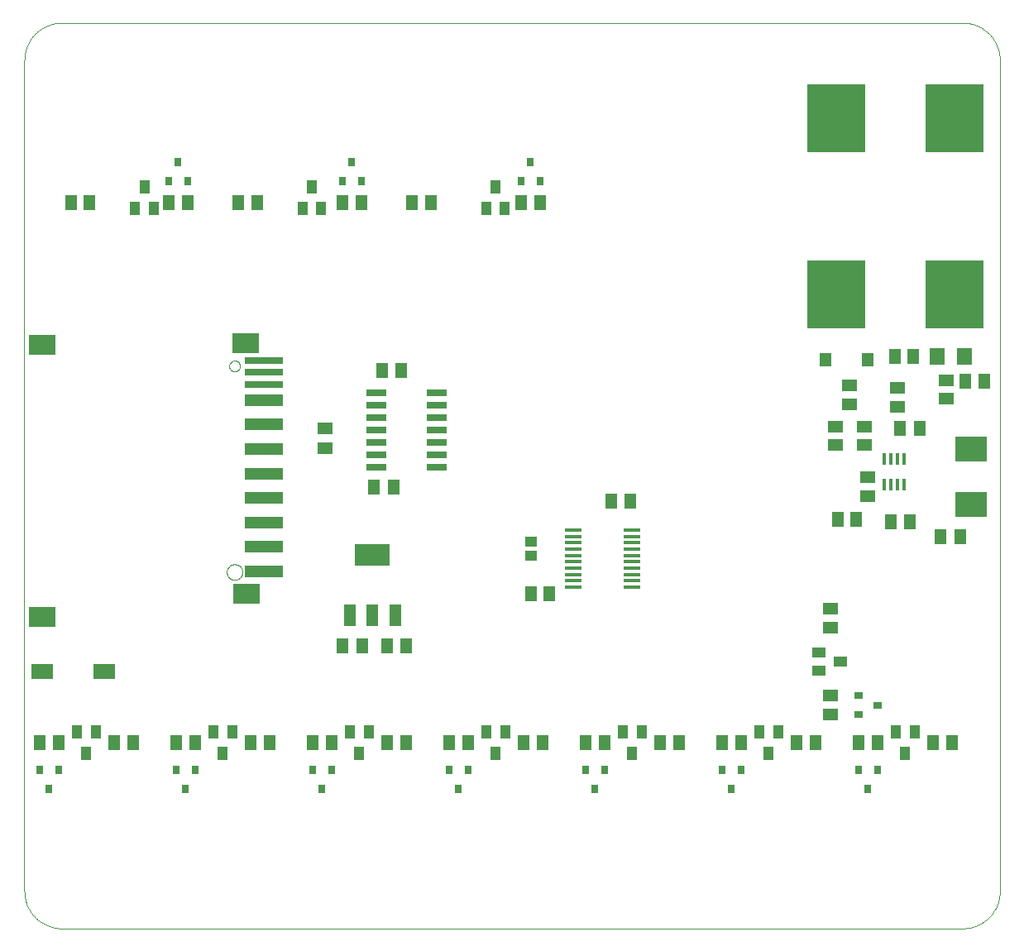
<source format=gtp>
G75*
%MOIN*%
%OFA0B0*%
%FSLAX25Y25*%
%IPPOS*%
%LPD*%
%AMOC8*
5,1,8,0,0,1.08239X$1,22.5*
%
%ADD10C,0.00000*%
%ADD11R,0.05118X0.06299*%
%ADD12R,0.04800X0.08800*%
%ADD13R,0.14173X0.08661*%
%ADD14R,0.08000X0.02600*%
%ADD15R,0.07087X0.01575*%
%ADD16R,0.11024X0.07874*%
%ADD17R,0.15748X0.02756*%
%ADD18R,0.15748X0.04724*%
%ADD19R,0.04921X0.03937*%
%ADD20R,0.03150X0.03543*%
%ADD21R,0.03543X0.03150*%
%ADD22R,0.06299X0.05118*%
%ADD23R,0.05512X0.03937*%
%ADD24R,0.03937X0.05512*%
%ADD25R,0.05000X0.05787*%
%ADD26R,0.23622X0.27559*%
%ADD27R,0.06299X0.07098*%
%ADD28R,0.05118X0.05906*%
%ADD29R,0.09055X0.06299*%
%ADD30R,0.01575X0.04724*%
%ADD31R,0.12598X0.09843*%
D10*
X0090000Y0017248D02*
X0090000Y0352248D01*
X0090004Y0352610D01*
X0090018Y0352973D01*
X0090039Y0353335D01*
X0090070Y0353696D01*
X0090109Y0354056D01*
X0090157Y0354415D01*
X0090214Y0354773D01*
X0090279Y0355130D01*
X0090353Y0355485D01*
X0090436Y0355838D01*
X0090527Y0356189D01*
X0090626Y0356537D01*
X0090734Y0356883D01*
X0090850Y0357227D01*
X0090975Y0357567D01*
X0091107Y0357904D01*
X0091248Y0358238D01*
X0091397Y0358569D01*
X0091554Y0358896D01*
X0091718Y0359219D01*
X0091890Y0359538D01*
X0092070Y0359852D01*
X0092258Y0360163D01*
X0092453Y0360468D01*
X0092655Y0360769D01*
X0092865Y0361065D01*
X0093081Y0361355D01*
X0093305Y0361641D01*
X0093535Y0361921D01*
X0093772Y0362195D01*
X0094016Y0362463D01*
X0094266Y0362726D01*
X0094522Y0362982D01*
X0094785Y0363232D01*
X0095053Y0363476D01*
X0095327Y0363713D01*
X0095607Y0363943D01*
X0095893Y0364167D01*
X0096183Y0364383D01*
X0096479Y0364593D01*
X0096780Y0364795D01*
X0097085Y0364990D01*
X0097396Y0365178D01*
X0097710Y0365358D01*
X0098029Y0365530D01*
X0098352Y0365694D01*
X0098679Y0365851D01*
X0099010Y0366000D01*
X0099344Y0366141D01*
X0099681Y0366273D01*
X0100021Y0366398D01*
X0100365Y0366514D01*
X0100711Y0366622D01*
X0101059Y0366721D01*
X0101410Y0366812D01*
X0101763Y0366895D01*
X0102118Y0366969D01*
X0102475Y0367034D01*
X0102833Y0367091D01*
X0103192Y0367139D01*
X0103552Y0367178D01*
X0103913Y0367209D01*
X0104275Y0367230D01*
X0104638Y0367244D01*
X0105000Y0367248D01*
X0468110Y0367248D01*
X0468472Y0367244D01*
X0468835Y0367230D01*
X0469197Y0367209D01*
X0469558Y0367178D01*
X0469918Y0367139D01*
X0470277Y0367091D01*
X0470635Y0367034D01*
X0470992Y0366969D01*
X0471347Y0366895D01*
X0471700Y0366812D01*
X0472051Y0366721D01*
X0472399Y0366622D01*
X0472745Y0366514D01*
X0473089Y0366398D01*
X0473429Y0366273D01*
X0473766Y0366141D01*
X0474100Y0366000D01*
X0474431Y0365851D01*
X0474758Y0365694D01*
X0475081Y0365530D01*
X0475400Y0365358D01*
X0475714Y0365178D01*
X0476025Y0364990D01*
X0476330Y0364795D01*
X0476631Y0364593D01*
X0476927Y0364383D01*
X0477217Y0364167D01*
X0477503Y0363943D01*
X0477783Y0363713D01*
X0478057Y0363476D01*
X0478325Y0363232D01*
X0478588Y0362982D01*
X0478844Y0362726D01*
X0479094Y0362463D01*
X0479338Y0362195D01*
X0479575Y0361921D01*
X0479805Y0361641D01*
X0480029Y0361355D01*
X0480245Y0361065D01*
X0480455Y0360769D01*
X0480657Y0360468D01*
X0480852Y0360163D01*
X0481040Y0359852D01*
X0481220Y0359538D01*
X0481392Y0359219D01*
X0481556Y0358896D01*
X0481713Y0358569D01*
X0481862Y0358238D01*
X0482003Y0357904D01*
X0482135Y0357567D01*
X0482260Y0357227D01*
X0482376Y0356883D01*
X0482484Y0356537D01*
X0482583Y0356189D01*
X0482674Y0355838D01*
X0482757Y0355485D01*
X0482831Y0355130D01*
X0482896Y0354773D01*
X0482953Y0354415D01*
X0483001Y0354056D01*
X0483040Y0353696D01*
X0483071Y0353335D01*
X0483092Y0352973D01*
X0483106Y0352610D01*
X0483110Y0352248D01*
X0483110Y0017248D01*
X0483106Y0016886D01*
X0483092Y0016523D01*
X0483071Y0016161D01*
X0483040Y0015800D01*
X0483001Y0015440D01*
X0482953Y0015081D01*
X0482896Y0014723D01*
X0482831Y0014366D01*
X0482757Y0014011D01*
X0482674Y0013658D01*
X0482583Y0013307D01*
X0482484Y0012959D01*
X0482376Y0012613D01*
X0482260Y0012269D01*
X0482135Y0011929D01*
X0482003Y0011592D01*
X0481862Y0011258D01*
X0481713Y0010927D01*
X0481556Y0010600D01*
X0481392Y0010277D01*
X0481220Y0009958D01*
X0481040Y0009644D01*
X0480852Y0009333D01*
X0480657Y0009028D01*
X0480455Y0008727D01*
X0480245Y0008431D01*
X0480029Y0008141D01*
X0479805Y0007855D01*
X0479575Y0007575D01*
X0479338Y0007301D01*
X0479094Y0007033D01*
X0478844Y0006770D01*
X0478588Y0006514D01*
X0478325Y0006264D01*
X0478057Y0006020D01*
X0477783Y0005783D01*
X0477503Y0005553D01*
X0477217Y0005329D01*
X0476927Y0005113D01*
X0476631Y0004903D01*
X0476330Y0004701D01*
X0476025Y0004506D01*
X0475714Y0004318D01*
X0475400Y0004138D01*
X0475081Y0003966D01*
X0474758Y0003802D01*
X0474431Y0003645D01*
X0474100Y0003496D01*
X0473766Y0003355D01*
X0473429Y0003223D01*
X0473089Y0003098D01*
X0472745Y0002982D01*
X0472399Y0002874D01*
X0472051Y0002775D01*
X0471700Y0002684D01*
X0471347Y0002601D01*
X0470992Y0002527D01*
X0470635Y0002462D01*
X0470277Y0002405D01*
X0469918Y0002357D01*
X0469558Y0002318D01*
X0469197Y0002287D01*
X0468835Y0002266D01*
X0468472Y0002252D01*
X0468110Y0002248D01*
X0105000Y0002248D01*
X0104638Y0002252D01*
X0104275Y0002266D01*
X0103913Y0002287D01*
X0103552Y0002318D01*
X0103192Y0002357D01*
X0102833Y0002405D01*
X0102475Y0002462D01*
X0102118Y0002527D01*
X0101763Y0002601D01*
X0101410Y0002684D01*
X0101059Y0002775D01*
X0100711Y0002874D01*
X0100365Y0002982D01*
X0100021Y0003098D01*
X0099681Y0003223D01*
X0099344Y0003355D01*
X0099010Y0003496D01*
X0098679Y0003645D01*
X0098352Y0003802D01*
X0098029Y0003966D01*
X0097710Y0004138D01*
X0097396Y0004318D01*
X0097085Y0004506D01*
X0096780Y0004701D01*
X0096479Y0004903D01*
X0096183Y0005113D01*
X0095893Y0005329D01*
X0095607Y0005553D01*
X0095327Y0005783D01*
X0095053Y0006020D01*
X0094785Y0006264D01*
X0094522Y0006514D01*
X0094266Y0006770D01*
X0094016Y0007033D01*
X0093772Y0007301D01*
X0093535Y0007575D01*
X0093305Y0007855D01*
X0093081Y0008141D01*
X0092865Y0008431D01*
X0092655Y0008727D01*
X0092453Y0009028D01*
X0092258Y0009333D01*
X0092070Y0009644D01*
X0091890Y0009958D01*
X0091718Y0010277D01*
X0091554Y0010600D01*
X0091397Y0010927D01*
X0091248Y0011258D01*
X0091107Y0011592D01*
X0090975Y0011929D01*
X0090850Y0012269D01*
X0090734Y0012613D01*
X0090626Y0012959D01*
X0090527Y0013307D01*
X0090436Y0013658D01*
X0090353Y0014011D01*
X0090279Y0014366D01*
X0090214Y0014723D01*
X0090157Y0015081D01*
X0090109Y0015440D01*
X0090070Y0015800D01*
X0090039Y0016161D01*
X0090018Y0016523D01*
X0090004Y0016886D01*
X0090000Y0017248D01*
X0171582Y0145846D02*
X0171584Y0145958D01*
X0171590Y0146069D01*
X0171600Y0146181D01*
X0171614Y0146292D01*
X0171631Y0146402D01*
X0171653Y0146512D01*
X0171679Y0146621D01*
X0171708Y0146729D01*
X0171741Y0146835D01*
X0171778Y0146941D01*
X0171819Y0147045D01*
X0171864Y0147148D01*
X0171912Y0147249D01*
X0171963Y0147348D01*
X0172018Y0147445D01*
X0172077Y0147540D01*
X0172138Y0147634D01*
X0172203Y0147725D01*
X0172272Y0147813D01*
X0172343Y0147899D01*
X0172417Y0147983D01*
X0172495Y0148063D01*
X0172575Y0148141D01*
X0172658Y0148217D01*
X0172743Y0148289D01*
X0172831Y0148358D01*
X0172921Y0148424D01*
X0173014Y0148486D01*
X0173109Y0148546D01*
X0173206Y0148602D01*
X0173304Y0148654D01*
X0173405Y0148703D01*
X0173507Y0148748D01*
X0173611Y0148790D01*
X0173716Y0148828D01*
X0173823Y0148862D01*
X0173930Y0148892D01*
X0174039Y0148919D01*
X0174148Y0148941D01*
X0174259Y0148960D01*
X0174369Y0148975D01*
X0174481Y0148986D01*
X0174592Y0148993D01*
X0174704Y0148996D01*
X0174816Y0148995D01*
X0174928Y0148990D01*
X0175039Y0148981D01*
X0175150Y0148968D01*
X0175261Y0148951D01*
X0175371Y0148931D01*
X0175480Y0148906D01*
X0175588Y0148878D01*
X0175695Y0148845D01*
X0175801Y0148809D01*
X0175905Y0148769D01*
X0176008Y0148726D01*
X0176110Y0148679D01*
X0176209Y0148628D01*
X0176307Y0148574D01*
X0176403Y0148516D01*
X0176497Y0148455D01*
X0176588Y0148391D01*
X0176677Y0148324D01*
X0176764Y0148253D01*
X0176848Y0148179D01*
X0176930Y0148103D01*
X0177008Y0148023D01*
X0177084Y0147941D01*
X0177157Y0147856D01*
X0177227Y0147769D01*
X0177293Y0147679D01*
X0177357Y0147587D01*
X0177417Y0147493D01*
X0177474Y0147397D01*
X0177527Y0147298D01*
X0177577Y0147198D01*
X0177623Y0147097D01*
X0177666Y0146993D01*
X0177705Y0146888D01*
X0177740Y0146782D01*
X0177771Y0146675D01*
X0177799Y0146566D01*
X0177822Y0146457D01*
X0177842Y0146347D01*
X0177858Y0146236D01*
X0177870Y0146125D01*
X0177878Y0146014D01*
X0177882Y0145902D01*
X0177882Y0145790D01*
X0177878Y0145678D01*
X0177870Y0145567D01*
X0177858Y0145456D01*
X0177842Y0145345D01*
X0177822Y0145235D01*
X0177799Y0145126D01*
X0177771Y0145017D01*
X0177740Y0144910D01*
X0177705Y0144804D01*
X0177666Y0144699D01*
X0177623Y0144595D01*
X0177577Y0144494D01*
X0177527Y0144394D01*
X0177474Y0144295D01*
X0177417Y0144199D01*
X0177357Y0144105D01*
X0177293Y0144013D01*
X0177227Y0143923D01*
X0177157Y0143836D01*
X0177084Y0143751D01*
X0177008Y0143669D01*
X0176930Y0143589D01*
X0176848Y0143513D01*
X0176764Y0143439D01*
X0176677Y0143368D01*
X0176588Y0143301D01*
X0176497Y0143237D01*
X0176403Y0143176D01*
X0176307Y0143118D01*
X0176209Y0143064D01*
X0176110Y0143013D01*
X0176008Y0142966D01*
X0175905Y0142923D01*
X0175801Y0142883D01*
X0175695Y0142847D01*
X0175588Y0142814D01*
X0175480Y0142786D01*
X0175371Y0142761D01*
X0175261Y0142741D01*
X0175150Y0142724D01*
X0175039Y0142711D01*
X0174928Y0142702D01*
X0174816Y0142697D01*
X0174704Y0142696D01*
X0174592Y0142699D01*
X0174481Y0142706D01*
X0174369Y0142717D01*
X0174259Y0142732D01*
X0174148Y0142751D01*
X0174039Y0142773D01*
X0173930Y0142800D01*
X0173823Y0142830D01*
X0173716Y0142864D01*
X0173611Y0142902D01*
X0173507Y0142944D01*
X0173405Y0142989D01*
X0173304Y0143038D01*
X0173206Y0143090D01*
X0173109Y0143146D01*
X0173014Y0143206D01*
X0172921Y0143268D01*
X0172831Y0143334D01*
X0172743Y0143403D01*
X0172658Y0143475D01*
X0172575Y0143551D01*
X0172495Y0143629D01*
X0172417Y0143709D01*
X0172343Y0143793D01*
X0172272Y0143879D01*
X0172203Y0143967D01*
X0172138Y0144058D01*
X0172077Y0144152D01*
X0172018Y0144247D01*
X0171963Y0144344D01*
X0171912Y0144443D01*
X0171864Y0144544D01*
X0171819Y0144647D01*
X0171778Y0144751D01*
X0171741Y0144857D01*
X0171708Y0144963D01*
X0171679Y0145071D01*
X0171653Y0145180D01*
X0171631Y0145290D01*
X0171614Y0145400D01*
X0171600Y0145511D01*
X0171590Y0145623D01*
X0171584Y0145734D01*
X0171582Y0145846D01*
X0172567Y0228917D02*
X0172569Y0229010D01*
X0172575Y0229102D01*
X0172585Y0229194D01*
X0172599Y0229285D01*
X0172616Y0229376D01*
X0172638Y0229466D01*
X0172663Y0229555D01*
X0172692Y0229643D01*
X0172725Y0229729D01*
X0172762Y0229814D01*
X0172802Y0229898D01*
X0172846Y0229979D01*
X0172893Y0230059D01*
X0172943Y0230137D01*
X0172997Y0230212D01*
X0173054Y0230285D01*
X0173114Y0230355D01*
X0173177Y0230423D01*
X0173243Y0230488D01*
X0173311Y0230550D01*
X0173382Y0230610D01*
X0173456Y0230666D01*
X0173532Y0230719D01*
X0173610Y0230768D01*
X0173690Y0230815D01*
X0173772Y0230857D01*
X0173856Y0230897D01*
X0173941Y0230932D01*
X0174028Y0230964D01*
X0174116Y0230993D01*
X0174205Y0231017D01*
X0174295Y0231038D01*
X0174386Y0231054D01*
X0174478Y0231067D01*
X0174570Y0231076D01*
X0174663Y0231081D01*
X0174755Y0231082D01*
X0174848Y0231079D01*
X0174940Y0231072D01*
X0175032Y0231061D01*
X0175123Y0231046D01*
X0175214Y0231028D01*
X0175304Y0231005D01*
X0175392Y0230979D01*
X0175480Y0230949D01*
X0175566Y0230915D01*
X0175650Y0230878D01*
X0175733Y0230836D01*
X0175814Y0230792D01*
X0175894Y0230744D01*
X0175971Y0230693D01*
X0176045Y0230638D01*
X0176118Y0230580D01*
X0176188Y0230520D01*
X0176255Y0230456D01*
X0176319Y0230390D01*
X0176381Y0230320D01*
X0176439Y0230249D01*
X0176494Y0230175D01*
X0176546Y0230098D01*
X0176595Y0230019D01*
X0176641Y0229939D01*
X0176683Y0229856D01*
X0176721Y0229772D01*
X0176756Y0229686D01*
X0176787Y0229599D01*
X0176814Y0229511D01*
X0176837Y0229421D01*
X0176857Y0229331D01*
X0176873Y0229240D01*
X0176885Y0229148D01*
X0176893Y0229056D01*
X0176897Y0228963D01*
X0176897Y0228871D01*
X0176893Y0228778D01*
X0176885Y0228686D01*
X0176873Y0228594D01*
X0176857Y0228503D01*
X0176837Y0228413D01*
X0176814Y0228323D01*
X0176787Y0228235D01*
X0176756Y0228148D01*
X0176721Y0228062D01*
X0176683Y0227978D01*
X0176641Y0227895D01*
X0176595Y0227815D01*
X0176546Y0227736D01*
X0176494Y0227659D01*
X0176439Y0227585D01*
X0176381Y0227514D01*
X0176319Y0227444D01*
X0176255Y0227378D01*
X0176188Y0227314D01*
X0176118Y0227254D01*
X0176045Y0227196D01*
X0175971Y0227141D01*
X0175894Y0227090D01*
X0175815Y0227042D01*
X0175733Y0226998D01*
X0175650Y0226956D01*
X0175566Y0226919D01*
X0175480Y0226885D01*
X0175392Y0226855D01*
X0175304Y0226829D01*
X0175214Y0226806D01*
X0175123Y0226788D01*
X0175032Y0226773D01*
X0174940Y0226762D01*
X0174848Y0226755D01*
X0174755Y0226752D01*
X0174663Y0226753D01*
X0174570Y0226758D01*
X0174478Y0226767D01*
X0174386Y0226780D01*
X0174295Y0226796D01*
X0174205Y0226817D01*
X0174116Y0226841D01*
X0174028Y0226870D01*
X0173941Y0226902D01*
X0173856Y0226937D01*
X0173772Y0226977D01*
X0173690Y0227019D01*
X0173610Y0227066D01*
X0173532Y0227115D01*
X0173456Y0227168D01*
X0173382Y0227224D01*
X0173311Y0227284D01*
X0173243Y0227346D01*
X0173177Y0227411D01*
X0173114Y0227479D01*
X0173054Y0227549D01*
X0172997Y0227622D01*
X0172943Y0227697D01*
X0172893Y0227775D01*
X0172846Y0227855D01*
X0172802Y0227936D01*
X0172762Y0228020D01*
X0172725Y0228105D01*
X0172692Y0228191D01*
X0172663Y0228279D01*
X0172638Y0228368D01*
X0172616Y0228458D01*
X0172599Y0228549D01*
X0172585Y0228640D01*
X0172575Y0228732D01*
X0172569Y0228824D01*
X0172567Y0228917D01*
D11*
X0234260Y0227248D03*
X0241740Y0227248D03*
X0238687Y0180248D03*
X0230813Y0180248D03*
X0294157Y0137171D03*
X0301638Y0137171D03*
X0326439Y0174500D03*
X0334313Y0174500D03*
X0417760Y0167248D03*
X0425240Y0167248D03*
X0439063Y0165998D03*
X0446937Y0165998D03*
X0459142Y0160248D03*
X0467016Y0160248D03*
X0450687Y0203748D03*
X0442813Y0203748D03*
X0469063Y0222748D03*
X0476937Y0222748D03*
X0297677Y0294748D03*
X0290197Y0294748D03*
X0253740Y0294748D03*
X0246260Y0294748D03*
X0225709Y0294748D03*
X0218228Y0294748D03*
X0183740Y0294748D03*
X0176260Y0294748D03*
X0155709Y0294748D03*
X0148228Y0294748D03*
X0116240Y0294748D03*
X0108760Y0294748D03*
X0218281Y0115998D03*
X0226156Y0115998D03*
X0236031Y0116248D03*
X0243906Y0116248D03*
X0243740Y0077248D03*
X0236260Y0077248D03*
X0213740Y0077248D03*
X0206260Y0077248D03*
X0188740Y0077248D03*
X0181260Y0077248D03*
X0158740Y0077248D03*
X0151260Y0077248D03*
X0133740Y0077248D03*
X0126260Y0077248D03*
X0103740Y0077248D03*
X0096260Y0077248D03*
X0261260Y0077248D03*
X0268740Y0077248D03*
X0291260Y0077248D03*
X0298740Y0077248D03*
X0316260Y0077248D03*
X0323740Y0077248D03*
X0346260Y0077248D03*
X0353740Y0077248D03*
X0371260Y0077248D03*
X0378740Y0077248D03*
X0401260Y0077248D03*
X0408740Y0077248D03*
X0426260Y0077248D03*
X0433740Y0077248D03*
X0456260Y0077248D03*
X0463740Y0077248D03*
D12*
X0239350Y0128298D03*
X0230250Y0128298D03*
X0221150Y0128298D03*
D13*
X0230250Y0152699D03*
D14*
X0231900Y0188248D03*
X0231900Y0193248D03*
X0231900Y0198248D03*
X0231900Y0203248D03*
X0231900Y0208248D03*
X0231900Y0213248D03*
X0231900Y0218248D03*
X0256100Y0218248D03*
X0256100Y0213248D03*
X0256100Y0208248D03*
X0256100Y0203248D03*
X0256100Y0198248D03*
X0256100Y0193248D03*
X0256100Y0188248D03*
D15*
X0311189Y0162764D03*
X0311189Y0160205D03*
X0311189Y0157646D03*
X0311189Y0155087D03*
X0311189Y0152528D03*
X0311189Y0149969D03*
X0311189Y0147409D03*
X0311189Y0144850D03*
X0311189Y0142291D03*
X0311189Y0139732D03*
X0334811Y0139732D03*
X0334811Y0142291D03*
X0334811Y0144850D03*
X0334811Y0147409D03*
X0334811Y0149969D03*
X0334811Y0152528D03*
X0334811Y0155087D03*
X0334811Y0157646D03*
X0334811Y0160205D03*
X0334811Y0162764D03*
D16*
X0179457Y0137185D03*
X0097173Y0127736D03*
X0097173Y0237579D03*
X0179063Y0237972D03*
D17*
X0186543Y0231280D03*
X0186543Y0226555D03*
X0186543Y0221437D03*
D18*
X0186543Y0215138D03*
X0186543Y0205295D03*
X0186543Y0195453D03*
X0186543Y0185610D03*
X0186543Y0175768D03*
X0186543Y0165925D03*
X0186543Y0156083D03*
X0186543Y0146240D03*
D19*
X0294250Y0152295D03*
X0294250Y0158201D03*
D20*
X0316260Y0066185D03*
X0323740Y0066185D03*
X0320000Y0058311D03*
X0371260Y0066185D03*
X0378740Y0066185D03*
X0375000Y0058311D03*
X0426260Y0066185D03*
X0433740Y0066185D03*
X0430000Y0058311D03*
X0268740Y0066185D03*
X0261260Y0066185D03*
X0265000Y0058311D03*
X0213740Y0066185D03*
X0206260Y0066185D03*
X0210000Y0058311D03*
X0158740Y0066185D03*
X0151260Y0066185D03*
X0155000Y0058311D03*
X0103740Y0066185D03*
X0096260Y0066185D03*
X0100000Y0058311D03*
X0148228Y0303311D03*
X0155709Y0303311D03*
X0151969Y0311185D03*
X0218228Y0303311D03*
X0225709Y0303311D03*
X0221969Y0311185D03*
X0290197Y0303311D03*
X0297677Y0303311D03*
X0293937Y0311185D03*
D21*
X0426063Y0095988D03*
X0433937Y0092248D03*
X0426063Y0088508D03*
D22*
X0415000Y0088508D03*
X0415000Y0095988D03*
X0415000Y0123508D03*
X0415000Y0130988D03*
X0429750Y0176311D03*
X0429750Y0184185D03*
X0428500Y0197008D03*
X0428500Y0204488D03*
X0422500Y0213311D03*
X0422500Y0221185D03*
X0417000Y0204488D03*
X0417000Y0197008D03*
X0442000Y0212508D03*
X0442000Y0219988D03*
X0461500Y0223238D03*
X0461500Y0215758D03*
X0211250Y0203685D03*
X0211250Y0195811D03*
D23*
X0410138Y0113488D03*
X0410138Y0106008D03*
X0418799Y0109748D03*
D24*
X0441260Y0081579D03*
X0448740Y0081579D03*
X0445000Y0072917D03*
X0393740Y0081579D03*
X0386260Y0081579D03*
X0390000Y0072917D03*
X0338740Y0081579D03*
X0331260Y0081579D03*
X0335000Y0072917D03*
X0283740Y0081579D03*
X0276260Y0081579D03*
X0280000Y0072917D03*
X0228740Y0081579D03*
X0221260Y0081579D03*
X0225000Y0072917D03*
X0173740Y0081579D03*
X0166260Y0081579D03*
X0170000Y0072917D03*
X0118740Y0081579D03*
X0111260Y0081579D03*
X0115000Y0072917D03*
X0134665Y0292386D03*
X0142146Y0292386D03*
X0138406Y0301047D03*
X0202165Y0292386D03*
X0209646Y0292386D03*
X0205906Y0301047D03*
X0276102Y0292386D03*
X0283583Y0292386D03*
X0279843Y0301047D03*
D25*
X0412756Y0231343D03*
X0429685Y0231343D03*
D26*
X0417047Y0257878D03*
X0465000Y0257878D03*
X0465000Y0328744D03*
X0417047Y0328744D03*
D27*
X0457783Y0232776D03*
X0468980Y0232776D03*
D28*
X0448205Y0232717D03*
X0440724Y0232717D03*
D29*
X0122116Y0105909D03*
X0097313Y0105909D03*
D30*
X0436661Y0181130D03*
X0439220Y0181130D03*
X0441780Y0181130D03*
X0444339Y0181130D03*
X0444339Y0191366D03*
X0441780Y0191366D03*
X0439220Y0191366D03*
X0436661Y0191366D03*
D31*
X0471594Y0195469D03*
X0471594Y0173028D03*
M02*

</source>
